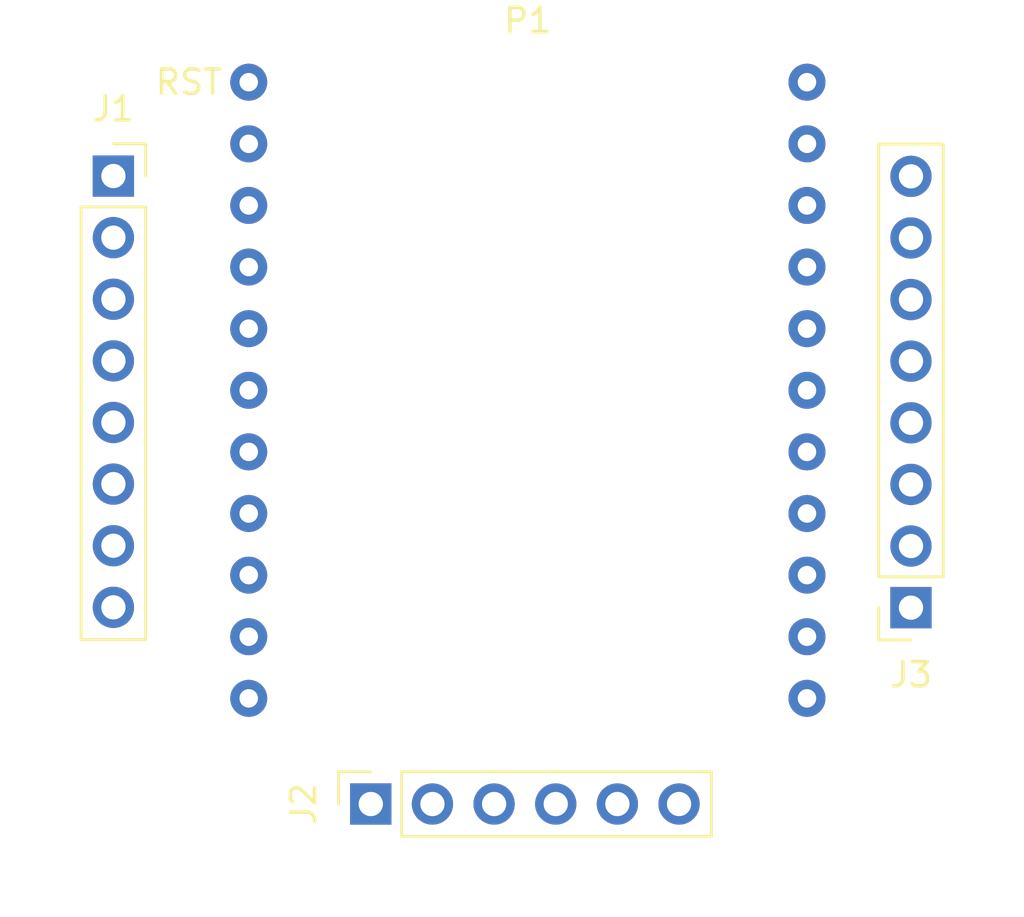
<source format=kicad_pcb>
(kicad_pcb (version 20171130) (host pcbnew "(5.1.6-0-10_14)")

  (general
    (thickness 1.6)
    (drawings 0)
    (tracks 0)
    (zones 0)
    (modules 4)
    (nets 23)
  )

  (page A4)
  (layers
    (0 F.Cu signal)
    (31 B.Cu signal)
    (32 B.Adhes user)
    (33 F.Adhes user)
    (34 B.Paste user)
    (35 F.Paste user)
    (36 B.SilkS user)
    (37 F.SilkS user)
    (38 B.Mask user)
    (39 F.Mask user)
    (40 Dwgs.User user)
    (41 Cmts.User user)
    (42 Eco1.User user)
    (43 Eco2.User user)
    (44 Edge.Cuts user)
    (45 Margin user)
    (46 B.CrtYd user)
    (47 F.CrtYd user)
    (48 B.Fab user)
    (49 F.Fab user)
  )

  (setup
    (last_trace_width 0.25)
    (trace_clearance 0.2)
    (zone_clearance 0.508)
    (zone_45_only no)
    (trace_min 0.2)
    (via_size 0.8)
    (via_drill 0.4)
    (via_min_size 0.4)
    (via_min_drill 0.3)
    (uvia_size 0.3)
    (uvia_drill 0.1)
    (uvias_allowed no)
    (uvia_min_size 0.2)
    (uvia_min_drill 0.1)
    (edge_width 0.05)
    (segment_width 0.2)
    (pcb_text_width 0.3)
    (pcb_text_size 1.5 1.5)
    (mod_edge_width 0.12)
    (mod_text_size 1 1)
    (mod_text_width 0.15)
    (pad_size 1.524 1.524)
    (pad_drill 0.762)
    (pad_to_mask_clearance 0.05)
    (aux_axis_origin 0 0)
    (visible_elements FFFFFF7F)
    (pcbplotparams
      (layerselection 0x010fc_ffffffff)
      (usegerberextensions false)
      (usegerberattributes true)
      (usegerberadvancedattributes true)
      (creategerberjobfile true)
      (excludeedgelayer true)
      (linewidth 0.100000)
      (plotframeref false)
      (viasonmask false)
      (mode 1)
      (useauxorigin false)
      (hpglpennumber 1)
      (hpglpenspeed 20)
      (hpglpendiameter 15.000000)
      (psnegative false)
      (psa4output false)
      (plotreference true)
      (plotvalue true)
      (plotinvisibletext false)
      (padsonsilk false)
      (subtractmaskfromsilk false)
      (outputformat 1)
      (mirror false)
      (drillshape 1)
      (scaleselection 1)
      (outputdirectory ""))
  )

  (net 0 "")
  (net 1 /VCC)
  (net 2 /IO13)
  (net 3 /IO12)
  (net 4 /IO14)
  (net 5 /IO16)
  (net 6 /EN)
  (net 7 /ADC)
  (net 8 /RST)
  (net 9 /CSO)
  (net 10 /MISO)
  (net 11 /IO9)
  (net 12 /IO10)
  (net 13 /MOSI)
  (net 14 /SCLK)
  (net 15 /TXD)
  (net 16 /RXD)
  (net 17 /IO5)
  (net 18 /IO4)
  (net 19 /IO0)
  (net 20 /IO2)
  (net 21 /IO15)
  (net 22 /GND)

  (net_class Default "This is the default net class."
    (clearance 0.2)
    (trace_width 0.25)
    (via_dia 0.8)
    (via_drill 0.4)
    (uvia_dia 0.3)
    (uvia_drill 0.1)
    (add_net /ADC)
    (add_net /CSO)
    (add_net /EN)
    (add_net /GND)
    (add_net /IO0)
    (add_net /IO10)
    (add_net /IO12)
    (add_net /IO13)
    (add_net /IO14)
    (add_net /IO15)
    (add_net /IO16)
    (add_net /IO2)
    (add_net /IO4)
    (add_net /IO5)
    (add_net /IO9)
    (add_net /MISO)
    (add_net /MOSI)
    (add_net /RST)
    (add_net /RXD)
    (add_net /SCLK)
    (add_net /TXD)
    (add_net /VCC)
  )

  (module Connector_PinSocket_2.54mm:PinSocket_1x08_P2.54mm_Vertical (layer F.Cu) (tedit 5A19A420) (tstamp 5FF5BF49)
    (at 130.50266 96.75622)
    (descr "Through hole straight socket strip, 1x08, 2.54mm pitch, single row (from Kicad 4.0.7), script generated")
    (tags "Through hole socket strip THT 1x08 2.54mm single row")
    (path /5FF968D7)
    (fp_text reference J1 (at 0 -2.77) (layer F.SilkS)
      (effects (font (size 1 1) (thickness 0.15)))
    )
    (fp_text value Conn_01x08 (at 0 20.55) (layer F.Fab)
      (effects (font (size 1 1) (thickness 0.15)))
    )
    (fp_text user %R (at 0 8.89 90) (layer F.Fab)
      (effects (font (size 1 1) (thickness 0.15)))
    )
    (fp_line (start -1.27 -1.27) (end 0.635 -1.27) (layer F.Fab) (width 0.1))
    (fp_line (start 0.635 -1.27) (end 1.27 -0.635) (layer F.Fab) (width 0.1))
    (fp_line (start 1.27 -0.635) (end 1.27 19.05) (layer F.Fab) (width 0.1))
    (fp_line (start 1.27 19.05) (end -1.27 19.05) (layer F.Fab) (width 0.1))
    (fp_line (start -1.27 19.05) (end -1.27 -1.27) (layer F.Fab) (width 0.1))
    (fp_line (start -1.33 1.27) (end 1.33 1.27) (layer F.SilkS) (width 0.12))
    (fp_line (start -1.33 1.27) (end -1.33 19.11) (layer F.SilkS) (width 0.12))
    (fp_line (start -1.33 19.11) (end 1.33 19.11) (layer F.SilkS) (width 0.12))
    (fp_line (start 1.33 1.27) (end 1.33 19.11) (layer F.SilkS) (width 0.12))
    (fp_line (start 1.33 -1.33) (end 1.33 0) (layer F.SilkS) (width 0.12))
    (fp_line (start 0 -1.33) (end 1.33 -1.33) (layer F.SilkS) (width 0.12))
    (fp_line (start -1.8 -1.8) (end 1.75 -1.8) (layer F.CrtYd) (width 0.05))
    (fp_line (start 1.75 -1.8) (end 1.75 19.55) (layer F.CrtYd) (width 0.05))
    (fp_line (start 1.75 19.55) (end -1.8 19.55) (layer F.CrtYd) (width 0.05))
    (fp_line (start -1.8 19.55) (end -1.8 -1.8) (layer F.CrtYd) (width 0.05))
    (pad 8 thru_hole oval (at 0 17.78) (size 1.7 1.7) (drill 1) (layers *.Cu *.Mask)
      (net 1 /VCC))
    (pad 7 thru_hole oval (at 0 15.24) (size 1.7 1.7) (drill 1) (layers *.Cu *.Mask)
      (net 2 /IO13))
    (pad 6 thru_hole oval (at 0 12.7) (size 1.7 1.7) (drill 1) (layers *.Cu *.Mask)
      (net 3 /IO12))
    (pad 5 thru_hole oval (at 0 10.16) (size 1.7 1.7) (drill 1) (layers *.Cu *.Mask)
      (net 4 /IO14))
    (pad 4 thru_hole oval (at 0 7.62) (size 1.7 1.7) (drill 1) (layers *.Cu *.Mask)
      (net 5 /IO16))
    (pad 3 thru_hole oval (at 0 5.08) (size 1.7 1.7) (drill 1) (layers *.Cu *.Mask)
      (net 6 /EN))
    (pad 2 thru_hole oval (at 0 2.54) (size 1.7 1.7) (drill 1) (layers *.Cu *.Mask)
      (net 7 /ADC))
    (pad 1 thru_hole rect (at 0 0) (size 1.7 1.7) (drill 1) (layers *.Cu *.Mask)
      (net 8 /RST))
    (model ${KISYS3DMOD}/Connector_PinSocket_2.54mm.3dshapes/PinSocket_1x08_P2.54mm_Vertical.wrl
      (at (xyz 0 0 0))
      (scale (xyz 1 1 1))
      (rotate (xyz 0 0 0))
    )
  )

  (module Connector_PinSocket_2.54mm:PinSocket_1x06_P2.54mm_Vertical (layer F.Cu) (tedit 5A19A430) (tstamp 5FF5BF63)
    (at 141.10716 122.6439 90)
    (descr "Through hole straight socket strip, 1x06, 2.54mm pitch, single row (from Kicad 4.0.7), script generated")
    (tags "Through hole socket strip THT 1x06 2.54mm single row")
    (path /5FFA15A6)
    (fp_text reference J2 (at 0 -2.77 90) (layer F.SilkS)
      (effects (font (size 1 1) (thickness 0.15)))
    )
    (fp_text value Conn_01x06 (at 0 15.47 90) (layer F.Fab)
      (effects (font (size 1 1) (thickness 0.15)))
    )
    (fp_line (start -1.8 14.45) (end -1.8 -1.8) (layer F.CrtYd) (width 0.05))
    (fp_line (start 1.75 14.45) (end -1.8 14.45) (layer F.CrtYd) (width 0.05))
    (fp_line (start 1.75 -1.8) (end 1.75 14.45) (layer F.CrtYd) (width 0.05))
    (fp_line (start -1.8 -1.8) (end 1.75 -1.8) (layer F.CrtYd) (width 0.05))
    (fp_line (start 0 -1.33) (end 1.33 -1.33) (layer F.SilkS) (width 0.12))
    (fp_line (start 1.33 -1.33) (end 1.33 0) (layer F.SilkS) (width 0.12))
    (fp_line (start 1.33 1.27) (end 1.33 14.03) (layer F.SilkS) (width 0.12))
    (fp_line (start -1.33 14.03) (end 1.33 14.03) (layer F.SilkS) (width 0.12))
    (fp_line (start -1.33 1.27) (end -1.33 14.03) (layer F.SilkS) (width 0.12))
    (fp_line (start -1.33 1.27) (end 1.33 1.27) (layer F.SilkS) (width 0.12))
    (fp_line (start -1.27 13.97) (end -1.27 -1.27) (layer F.Fab) (width 0.1))
    (fp_line (start 1.27 13.97) (end -1.27 13.97) (layer F.Fab) (width 0.1))
    (fp_line (start 1.27 -0.635) (end 1.27 13.97) (layer F.Fab) (width 0.1))
    (fp_line (start 0.635 -1.27) (end 1.27 -0.635) (layer F.Fab) (width 0.1))
    (fp_line (start -1.27 -1.27) (end 0.635 -1.27) (layer F.Fab) (width 0.1))
    (fp_text user %R (at 0 6.35) (layer F.Fab)
      (effects (font (size 1 1) (thickness 0.15)))
    )
    (pad 1 thru_hole rect (at 0 0 90) (size 1.7 1.7) (drill 1) (layers *.Cu *.Mask)
      (net 9 /CSO))
    (pad 2 thru_hole oval (at 0 2.54 90) (size 1.7 1.7) (drill 1) (layers *.Cu *.Mask)
      (net 10 /MISO))
    (pad 3 thru_hole oval (at 0 5.08 90) (size 1.7 1.7) (drill 1) (layers *.Cu *.Mask)
      (net 11 /IO9))
    (pad 4 thru_hole oval (at 0 7.62 90) (size 1.7 1.7) (drill 1) (layers *.Cu *.Mask)
      (net 12 /IO10))
    (pad 5 thru_hole oval (at 0 10.16 90) (size 1.7 1.7) (drill 1) (layers *.Cu *.Mask)
      (net 13 /MOSI))
    (pad 6 thru_hole oval (at 0 12.7 90) (size 1.7 1.7) (drill 1) (layers *.Cu *.Mask)
      (net 14 /SCLK))
    (model ${KISYS3DMOD}/Connector_PinSocket_2.54mm.3dshapes/PinSocket_1x06_P2.54mm_Vertical.wrl
      (at (xyz 0 0 0))
      (scale (xyz 1 1 1))
      (rotate (xyz 0 0 0))
    )
  )

  (module Connector_PinSocket_2.54mm:PinSocket_1x08_P2.54mm_Vertical (layer F.Cu) (tedit 5A19A420) (tstamp 5FF5BF7F)
    (at 163.36264 114.54892 180)
    (descr "Through hole straight socket strip, 1x08, 2.54mm pitch, single row (from Kicad 4.0.7), script generated")
    (tags "Through hole socket strip THT 1x08 2.54mm single row")
    (path /5FF96E84)
    (fp_text reference J3 (at 0 -2.77) (layer F.SilkS)
      (effects (font (size 1 1) (thickness 0.15)))
    )
    (fp_text value Conn_01x08 (at 0 20.55) (layer F.Fab)
      (effects (font (size 1 1) (thickness 0.15)))
    )
    (fp_line (start -1.8 19.55) (end -1.8 -1.8) (layer F.CrtYd) (width 0.05))
    (fp_line (start 1.75 19.55) (end -1.8 19.55) (layer F.CrtYd) (width 0.05))
    (fp_line (start 1.75 -1.8) (end 1.75 19.55) (layer F.CrtYd) (width 0.05))
    (fp_line (start -1.8 -1.8) (end 1.75 -1.8) (layer F.CrtYd) (width 0.05))
    (fp_line (start 0 -1.33) (end 1.33 -1.33) (layer F.SilkS) (width 0.12))
    (fp_line (start 1.33 -1.33) (end 1.33 0) (layer F.SilkS) (width 0.12))
    (fp_line (start 1.33 1.27) (end 1.33 19.11) (layer F.SilkS) (width 0.12))
    (fp_line (start -1.33 19.11) (end 1.33 19.11) (layer F.SilkS) (width 0.12))
    (fp_line (start -1.33 1.27) (end -1.33 19.11) (layer F.SilkS) (width 0.12))
    (fp_line (start -1.33 1.27) (end 1.33 1.27) (layer F.SilkS) (width 0.12))
    (fp_line (start -1.27 19.05) (end -1.27 -1.27) (layer F.Fab) (width 0.1))
    (fp_line (start 1.27 19.05) (end -1.27 19.05) (layer F.Fab) (width 0.1))
    (fp_line (start 1.27 -0.635) (end 1.27 19.05) (layer F.Fab) (width 0.1))
    (fp_line (start 0.635 -1.27) (end 1.27 -0.635) (layer F.Fab) (width 0.1))
    (fp_line (start -1.27 -1.27) (end 0.635 -1.27) (layer F.Fab) (width 0.1))
    (fp_text user %R (at 0 8.89 90) (layer F.Fab)
      (effects (font (size 1 1) (thickness 0.15)))
    )
    (pad 1 thru_hole rect (at 0 0 180) (size 1.7 1.7) (drill 1) (layers *.Cu *.Mask)
      (net 15 /TXD))
    (pad 2 thru_hole oval (at 0 2.54 180) (size 1.7 1.7) (drill 1) (layers *.Cu *.Mask)
      (net 16 /RXD))
    (pad 3 thru_hole oval (at 0 5.08 180) (size 1.7 1.7) (drill 1) (layers *.Cu *.Mask)
      (net 17 /IO5))
    (pad 4 thru_hole oval (at 0 7.62 180) (size 1.7 1.7) (drill 1) (layers *.Cu *.Mask)
      (net 18 /IO4))
    (pad 5 thru_hole oval (at 0 10.16 180) (size 1.7 1.7) (drill 1) (layers *.Cu *.Mask)
      (net 19 /IO0))
    (pad 6 thru_hole oval (at 0 12.7 180) (size 1.7 1.7) (drill 1) (layers *.Cu *.Mask)
      (net 20 /IO2))
    (pad 7 thru_hole oval (at 0 15.24 180) (size 1.7 1.7) (drill 1) (layers *.Cu *.Mask)
      (net 21 /IO15))
    (pad 8 thru_hole oval (at 0 17.78 180) (size 1.7 1.7) (drill 1) (layers *.Cu *.Mask)
      (net 22 /GND))
    (model ${KISYS3DMOD}/Connector_PinSocket_2.54mm.3dshapes/PinSocket_1x08_P2.54mm_Vertical.wrl
      (at (xyz 0 0 0))
      (scale (xyz 1 1 1))
      (rotate (xyz 0 0 0))
    )
  )

  (module esp-socket:esp-socket-12 (layer F.Cu) (tedit 5FF55F89) (tstamp 5FF5BF9A)
    (at 147.57796 92.8878)
    (path /5FF5811F)
    (fp_text reference P1 (at 0 -2.54) (layer F.SilkS)
      (effects (font (size 1 1) (thickness 0.15)))
    )
    (fp_text value esp-socket-12 (at 0 -1.27) (layer F.Fab)
      (effects (font (size 1 1) (thickness 0.15)))
    )
    (fp_text user RST (at -13.97 0) (layer F.SilkS)
      (effects (font (size 1 1) (thickness 0.15)))
    )
    (pad 1 thru_hole circle (at -11.5 0) (size 1.524 1.524) (drill 0.762) (layers *.Cu *.Mask)
      (net 8 /RST))
    (pad 2 thru_hole circle (at -11.5 2.54) (size 1.524 1.524) (drill 0.762) (layers *.Cu *.Mask)
      (net 7 /ADC))
    (pad 3 thru_hole circle (at -11.5 5.08) (size 1.524 1.524) (drill 0.762) (layers *.Cu *.Mask)
      (net 6 /EN))
    (pad 4 thru_hole circle (at -11.5 7.62) (size 1.524 1.524) (drill 0.762) (layers *.Cu *.Mask)
      (net 5 /IO16))
    (pad 5 thru_hole circle (at -11.5 10.16) (size 1.524 1.524) (drill 0.762) (layers *.Cu *.Mask)
      (net 4 /IO14))
    (pad 6 thru_hole circle (at -11.5 12.7) (size 1.524 1.524) (drill 0.762) (layers *.Cu *.Mask)
      (net 3 /IO12))
    (pad 7 thru_hole circle (at -11.5 15.24) (size 1.524 1.524) (drill 0.762) (layers *.Cu *.Mask)
      (net 2 /IO13))
    (pad 8 thru_hole circle (at -11.5 17.78) (size 1.524 1.524) (drill 0.762) (layers *.Cu *.Mask)
      (net 1 /VCC))
    (pad 9 thru_hole circle (at -11.5 20.32) (size 1.524 1.524) (drill 0.762) (layers *.Cu *.Mask)
      (net 9 /CSO))
    (pad 10 thru_hole circle (at -11.5 22.86) (size 1.524 1.524) (drill 0.762) (layers *.Cu *.Mask)
      (net 10 /MISO))
    (pad 11 thru_hole circle (at -11.5 25.4) (size 1.524 1.524) (drill 0.762) (layers *.Cu *.Mask)
      (net 11 /IO9))
    (pad 12 thru_hole circle (at 11.5 0) (size 1.524 1.524) (drill 0.762) (layers *.Cu *.Mask)
      (net 12 /IO10))
    (pad 13 thru_hole circle (at 11.5 2.54) (size 1.524 1.524) (drill 0.762) (layers *.Cu *.Mask)
      (net 13 /MOSI))
    (pad 14 thru_hole circle (at 11.5 5.08) (size 1.524 1.524) (drill 0.762) (layers *.Cu *.Mask)
      (net 14 /SCLK))
    (pad 15 thru_hole circle (at 11.5 7.62) (size 1.524 1.524) (drill 0.762) (layers *.Cu *.Mask)
      (net 22 /GND))
    (pad 16 thru_hole circle (at 11.5 10.16) (size 1.524 1.524) (drill 0.762) (layers *.Cu *.Mask)
      (net 21 /IO15))
    (pad 17 thru_hole circle (at 11.5 12.7) (size 1.524 1.524) (drill 0.762) (layers *.Cu *.Mask)
      (net 20 /IO2))
    (pad 18 thru_hole circle (at 11.5 15.24) (size 1.524 1.524) (drill 0.762) (layers *.Cu *.Mask)
      (net 19 /IO0))
    (pad 19 thru_hole circle (at 11.5 17.78) (size 1.524 1.524) (drill 0.762) (layers *.Cu *.Mask)
      (net 18 /IO4))
    (pad 20 thru_hole circle (at 11.5 20.32) (size 1.524 1.524) (drill 0.762) (layers *.Cu *.Mask)
      (net 17 /IO5))
    (pad 21 thru_hole circle (at 11.5 22.86) (size 1.524 1.524) (drill 0.762) (layers *.Cu *.Mask)
      (net 16 /RXD))
    (pad 22 thru_hole circle (at 11.5 25.4) (size 1.524 1.524) (drill 0.762) (layers *.Cu *.Mask)
      (net 15 /TXD))
  )

)

</source>
